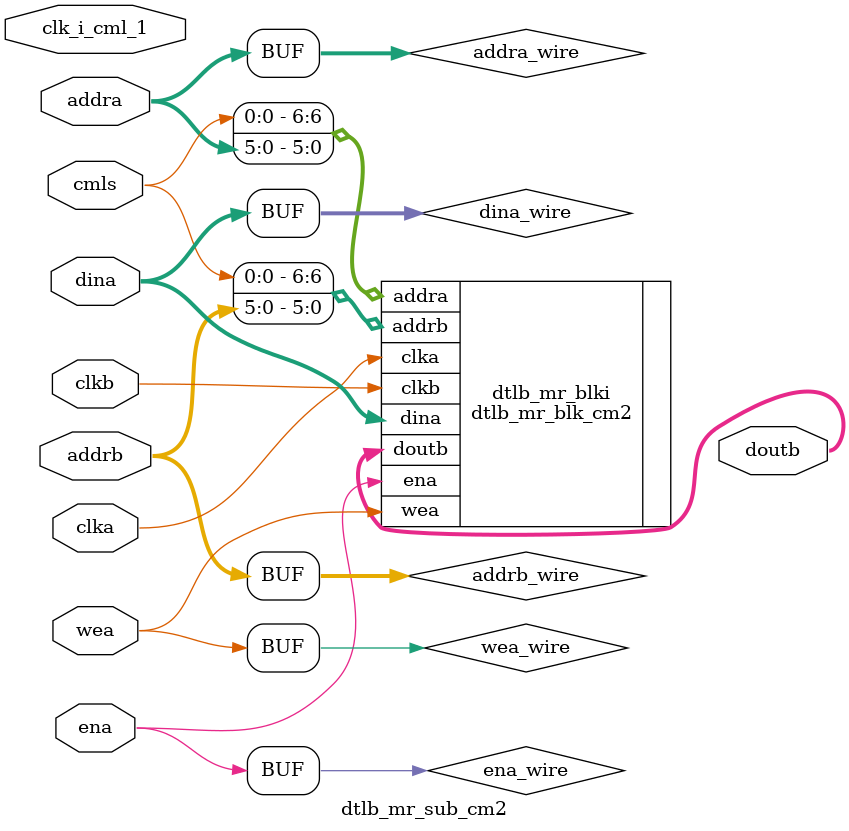
<source format=v>
/*******************************************************************************
*     This file is owned and controlled by Xilinx and must be used             *
*     solely for design, simulation, implementation and creation of            *
*     design files limited to Xilinx devices or technologies. Use              *
*     with non-Xilinx devices or technologies is expressly prohibited          *
*     and immediately terminates your license.                                 *
*                                                                              *
*     XILINX IS PROVIDING THIS DESIGN, CODE, OR INFORMATION "AS IS"            *
*     SOLELY FOR USE IN DEVELOPING PROGRAMS AND SOLUTIONS FOR                  *
*     XILINX DEVICES.  BY PROVIDING THIS DESIGN, CODE, OR INFORMATION          *
*     AS ONE POSSIBLE IMPLEMENTATION OF THIS FEATURE, APPLICATION              *
*     OR STANDARD, XILINX IS MAKING NO REPRESENTATION THAT THIS                *
*     IMPLEMENTATION IS FREE FROM ANY CLAIMS OF INFRINGEMENT,                  *
*     AND YOU ARE RESPONSIBLE FOR OBTAINING ANY RIGHTS YOU MAY REQUIRE         *
*     FOR YOUR IMPLEMENTATION.  XILINX EXPRESSLY DISCLAIMS ANY                 *
*     WARRANTY WHATSOEVER WITH RESPECT TO THE ADEQUACY OF THE                  *
*     IMPLEMENTATION, INCLUDING BUT NOT LIMITED TO ANY WARRANTIES OR           *
*     REPRESENTATIONS THAT THIS IMPLEMENTATION IS FREE FROM CLAIMS OF          *
*     INFRINGEMENT, IMPLIED WARRANTIES OF MERCHANTABILITY AND FITNESS          *
*     FOR A PARTICULAR PURPOSE.                                                *
*                                                                              *
*     Xilinx products are not intended for use in life support                 *
*     appliances, devices, or systems. Use in such applications are            *
*     expressly prohibited.                                                    *
*                                                                              *
*     (c) Copyright 1995-2009 Xilinx, Inc.                                     *
*     All rights reserved.                                                     *
*******************************************************************************/
// The synthesis directives "translate_off/translate_on" specified below are
// supported by Xilinx, Mentor Graphics and Synplicity synthesis
// tools. Ensure they are correct for your synthesis tool(s).

// You must compile the wrapper file dtlb_mr_blk.v when simulating
// the core, dtlb_mr_blk. When compiling the wrapper file, be sure to
// reference the XilinxCoreLib Verilog simulation library. For detailed
// instructions, please refer to the "CORE Generator Help".

`timescale 1ns/1ps

module dtlb_mr_sub_cm2(
		clk_i_cml_1,
		cmls,
		
	clka,
	ena,
	wea,
	addra,
	dina,
	clkb,
	addrb,
	doutb);


input clk_i_cml_1;
input cmls;




input clka;
input ena;
input [0 : 0] wea;
input [5 : 0] addra;
input [13 : 0] dina;
input clkb;
input [5 : 0] addrb;
output [13 : 0] doutb;

wire ena_wire;
wire [0 : 0] wea_wire;
wire [5 : 0] addra_wire;
wire [13 : 0] dina_wire;
wire [5 : 0] addrb_wire;

assign ena_wire = ena;
assign wea_wire = wea;
assign addra_wire = addra;
assign dina_wire = dina;
assign addrb_wire = addrb;

dtlb_mr_blk_cm2 dtlb_mr_blki(
	.clka(clka),
	.ena(ena_wire),
	.wea(wea_wire),
	.addra({cmls, addra_wire}),
	.dina(dina_wire),
	.clkb(clkb),
	.addrb({cmls, addrb_wire}),
	.doutb(doutb));

endmodule



</source>
